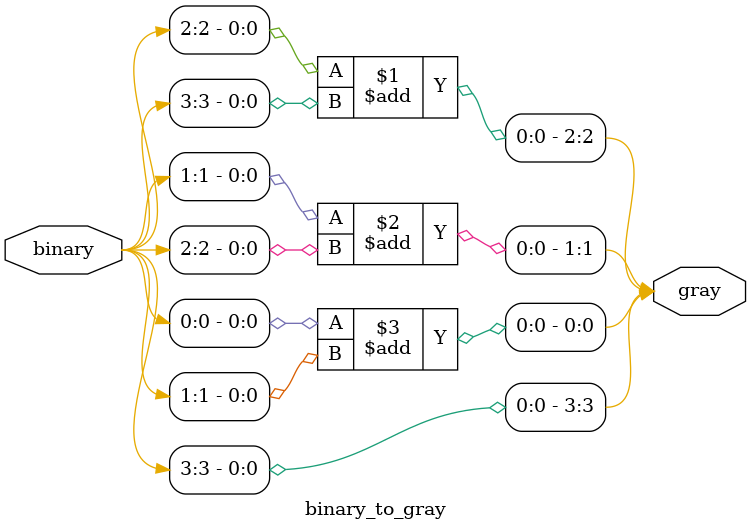
<source format=sv>
module binary_to_gray(gray,binary);
parameter SIZE = 4;
input [SIZE-1:0] binary;
output [SIZE-1:0] gray;

genvar i;
    assign gray[SIZE-1] = binary[SIZE-1] ;
generate
    for (i =1; i<SIZE; i=i+1)
        assign gray[SIZE-i-1]  = binary[SIZE-i-1] + binary[SIZE-i];
endgenerate

endmodule
</source>
